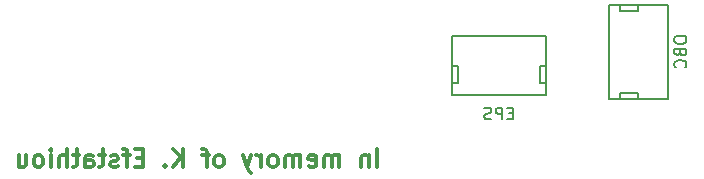
<source format=gbr>
G04 #@! TF.FileFunction,Legend,Bot*
%FSLAX46Y46*%
G04 Gerber Fmt 4.6, Leading zero omitted, Abs format (unit mm)*
G04 Created by KiCad (PCBNEW 4.0.2-1.fc23-product) date Fri 22 Apr 2016 01:08:18 PM EEST*
%MOMM*%
G01*
G04 APERTURE LIST*
%ADD10C,0.100000*%
%ADD11C,0.300000*%
%ADD12C,0.150000*%
%ADD13C,0.170000*%
G04 APERTURE END LIST*
D10*
D11*
X165178572Y-144578571D02*
X165178572Y-143078571D01*
X164464286Y-143578571D02*
X164464286Y-144578571D01*
X164464286Y-143721429D02*
X164392858Y-143650000D01*
X164250000Y-143578571D01*
X164035715Y-143578571D01*
X163892858Y-143650000D01*
X163821429Y-143792857D01*
X163821429Y-144578571D01*
X161964286Y-144578571D02*
X161964286Y-143578571D01*
X161964286Y-143721429D02*
X161892858Y-143650000D01*
X161750000Y-143578571D01*
X161535715Y-143578571D01*
X161392858Y-143650000D01*
X161321429Y-143792857D01*
X161321429Y-144578571D01*
X161321429Y-143792857D02*
X161250000Y-143650000D01*
X161107143Y-143578571D01*
X160892858Y-143578571D01*
X160750000Y-143650000D01*
X160678572Y-143792857D01*
X160678572Y-144578571D01*
X159392858Y-144507143D02*
X159535715Y-144578571D01*
X159821429Y-144578571D01*
X159964286Y-144507143D01*
X160035715Y-144364286D01*
X160035715Y-143792857D01*
X159964286Y-143650000D01*
X159821429Y-143578571D01*
X159535715Y-143578571D01*
X159392858Y-143650000D01*
X159321429Y-143792857D01*
X159321429Y-143935714D01*
X160035715Y-144078571D01*
X158678572Y-144578571D02*
X158678572Y-143578571D01*
X158678572Y-143721429D02*
X158607144Y-143650000D01*
X158464286Y-143578571D01*
X158250001Y-143578571D01*
X158107144Y-143650000D01*
X158035715Y-143792857D01*
X158035715Y-144578571D01*
X158035715Y-143792857D02*
X157964286Y-143650000D01*
X157821429Y-143578571D01*
X157607144Y-143578571D01*
X157464286Y-143650000D01*
X157392858Y-143792857D01*
X157392858Y-144578571D01*
X156464286Y-144578571D02*
X156607144Y-144507143D01*
X156678572Y-144435714D01*
X156750001Y-144292857D01*
X156750001Y-143864286D01*
X156678572Y-143721429D01*
X156607144Y-143650000D01*
X156464286Y-143578571D01*
X156250001Y-143578571D01*
X156107144Y-143650000D01*
X156035715Y-143721429D01*
X155964286Y-143864286D01*
X155964286Y-144292857D01*
X156035715Y-144435714D01*
X156107144Y-144507143D01*
X156250001Y-144578571D01*
X156464286Y-144578571D01*
X155321429Y-144578571D02*
X155321429Y-143578571D01*
X155321429Y-143864286D02*
X155250001Y-143721429D01*
X155178572Y-143650000D01*
X155035715Y-143578571D01*
X154892858Y-143578571D01*
X154535715Y-143578571D02*
X154178572Y-144578571D01*
X153821430Y-143578571D02*
X154178572Y-144578571D01*
X154321430Y-144935714D01*
X154392858Y-145007143D01*
X154535715Y-145078571D01*
X151892858Y-144578571D02*
X152035716Y-144507143D01*
X152107144Y-144435714D01*
X152178573Y-144292857D01*
X152178573Y-143864286D01*
X152107144Y-143721429D01*
X152035716Y-143650000D01*
X151892858Y-143578571D01*
X151678573Y-143578571D01*
X151535716Y-143650000D01*
X151464287Y-143721429D01*
X151392858Y-143864286D01*
X151392858Y-144292857D01*
X151464287Y-144435714D01*
X151535716Y-144507143D01*
X151678573Y-144578571D01*
X151892858Y-144578571D01*
X150964287Y-143578571D02*
X150392858Y-143578571D01*
X150750001Y-144578571D02*
X150750001Y-143292857D01*
X150678573Y-143150000D01*
X150535715Y-143078571D01*
X150392858Y-143078571D01*
X148750001Y-144578571D02*
X148750001Y-143078571D01*
X147892858Y-144578571D02*
X148535715Y-143721429D01*
X147892858Y-143078571D02*
X148750001Y-143935714D01*
X147250001Y-144435714D02*
X147178573Y-144507143D01*
X147250001Y-144578571D01*
X147321430Y-144507143D01*
X147250001Y-144435714D01*
X147250001Y-144578571D01*
X145392858Y-143792857D02*
X144892858Y-143792857D01*
X144678572Y-144578571D02*
X145392858Y-144578571D01*
X145392858Y-143078571D01*
X144678572Y-143078571D01*
X144250001Y-143578571D02*
X143678572Y-143578571D01*
X144035715Y-144578571D02*
X144035715Y-143292857D01*
X143964287Y-143150000D01*
X143821429Y-143078571D01*
X143678572Y-143078571D01*
X143250001Y-144507143D02*
X143107144Y-144578571D01*
X142821429Y-144578571D01*
X142678572Y-144507143D01*
X142607144Y-144364286D01*
X142607144Y-144292857D01*
X142678572Y-144150000D01*
X142821429Y-144078571D01*
X143035715Y-144078571D01*
X143178572Y-144007143D01*
X143250001Y-143864286D01*
X143250001Y-143792857D01*
X143178572Y-143650000D01*
X143035715Y-143578571D01*
X142821429Y-143578571D01*
X142678572Y-143650000D01*
X142178572Y-143578571D02*
X141607143Y-143578571D01*
X141964286Y-143078571D02*
X141964286Y-144364286D01*
X141892858Y-144507143D01*
X141750000Y-144578571D01*
X141607143Y-144578571D01*
X140464286Y-144578571D02*
X140464286Y-143792857D01*
X140535715Y-143650000D01*
X140678572Y-143578571D01*
X140964286Y-143578571D01*
X141107143Y-143650000D01*
X140464286Y-144507143D02*
X140607143Y-144578571D01*
X140964286Y-144578571D01*
X141107143Y-144507143D01*
X141178572Y-144364286D01*
X141178572Y-144221429D01*
X141107143Y-144078571D01*
X140964286Y-144007143D01*
X140607143Y-144007143D01*
X140464286Y-143935714D01*
X139964286Y-143578571D02*
X139392857Y-143578571D01*
X139750000Y-143078571D02*
X139750000Y-144364286D01*
X139678572Y-144507143D01*
X139535714Y-144578571D01*
X139392857Y-144578571D01*
X138892857Y-144578571D02*
X138892857Y-143078571D01*
X138250000Y-144578571D02*
X138250000Y-143792857D01*
X138321429Y-143650000D01*
X138464286Y-143578571D01*
X138678571Y-143578571D01*
X138821429Y-143650000D01*
X138892857Y-143721429D01*
X137535714Y-144578571D02*
X137535714Y-143578571D01*
X137535714Y-143078571D02*
X137607143Y-143150000D01*
X137535714Y-143221429D01*
X137464286Y-143150000D01*
X137535714Y-143078571D01*
X137535714Y-143221429D01*
X136607142Y-144578571D02*
X136750000Y-144507143D01*
X136821428Y-144435714D01*
X136892857Y-144292857D01*
X136892857Y-143864286D01*
X136821428Y-143721429D01*
X136750000Y-143650000D01*
X136607142Y-143578571D01*
X136392857Y-143578571D01*
X136250000Y-143650000D01*
X136178571Y-143721429D01*
X136107142Y-143864286D01*
X136107142Y-144292857D01*
X136178571Y-144435714D01*
X136250000Y-144507143D01*
X136392857Y-144578571D01*
X136607142Y-144578571D01*
X134821428Y-143578571D02*
X134821428Y-144578571D01*
X135464285Y-143578571D02*
X135464285Y-144364286D01*
X135392857Y-144507143D01*
X135249999Y-144578571D01*
X135035714Y-144578571D01*
X134892857Y-144507143D01*
X134821428Y-144435714D01*
D12*
X171500000Y-133500000D02*
X179500000Y-133500000D01*
X171500000Y-138500000D02*
X179500000Y-138500000D01*
X179500000Y-137500000D02*
X179000000Y-137500000D01*
X179000000Y-137500000D02*
X179000000Y-136000000D01*
X179000000Y-136000000D02*
X179500000Y-136000000D01*
X171500000Y-137500000D02*
X172000000Y-137500000D01*
X172000000Y-137500000D02*
X172000000Y-136000000D01*
X172000000Y-136000000D02*
X171500000Y-136000000D01*
X179500000Y-138500000D02*
X179500000Y-133500000D01*
X171500000Y-133500000D02*
X171500000Y-138500000D01*
X189777620Y-130834336D02*
X189777620Y-138834336D01*
X184777620Y-130834336D02*
X184777620Y-138834336D01*
X185777620Y-138834336D02*
X185777620Y-138334336D01*
X185777620Y-138334336D02*
X187277620Y-138334336D01*
X187277620Y-138334336D02*
X187277620Y-138834336D01*
X185777620Y-130834336D02*
X185777620Y-131334336D01*
X185777620Y-131334336D02*
X187277620Y-131334336D01*
X187277620Y-131334336D02*
X187277620Y-130834336D01*
X184777620Y-138834336D02*
X189777620Y-138834336D01*
X189777620Y-130834336D02*
X184777620Y-130834336D01*
D13*
X176690476Y-140028571D02*
X176357142Y-140028571D01*
X176214285Y-140552381D02*
X176690476Y-140552381D01*
X176690476Y-139552381D01*
X176214285Y-139552381D01*
X175785714Y-140552381D02*
X175785714Y-139552381D01*
X175404761Y-139552381D01*
X175309523Y-139600000D01*
X175261904Y-139647619D01*
X175214285Y-139742857D01*
X175214285Y-139885714D01*
X175261904Y-139980952D01*
X175309523Y-140028571D01*
X175404761Y-140076190D01*
X175785714Y-140076190D01*
X174833333Y-140504762D02*
X174690476Y-140552381D01*
X174452380Y-140552381D01*
X174357142Y-140504762D01*
X174309523Y-140457143D01*
X174261904Y-140361905D01*
X174261904Y-140266667D01*
X174309523Y-140171429D01*
X174357142Y-140123810D01*
X174452380Y-140076190D01*
X174642857Y-140028571D01*
X174738095Y-139980952D01*
X174785714Y-139933333D01*
X174833333Y-139838095D01*
X174833333Y-139742857D01*
X174785714Y-139647619D01*
X174738095Y-139600000D01*
X174642857Y-139552381D01*
X174404761Y-139552381D01*
X174261904Y-139600000D01*
X190352381Y-133704762D02*
X190352381Y-133895239D01*
X190400000Y-133990477D01*
X190495238Y-134085715D01*
X190685714Y-134133334D01*
X191019048Y-134133334D01*
X191209524Y-134085715D01*
X191304762Y-133990477D01*
X191352381Y-133895239D01*
X191352381Y-133704762D01*
X191304762Y-133609524D01*
X191209524Y-133514286D01*
X191019048Y-133466667D01*
X190685714Y-133466667D01*
X190495238Y-133514286D01*
X190400000Y-133609524D01*
X190352381Y-133704762D01*
X190828571Y-134895239D02*
X190876190Y-135038096D01*
X190923810Y-135085715D01*
X191019048Y-135133334D01*
X191161905Y-135133334D01*
X191257143Y-135085715D01*
X191304762Y-135038096D01*
X191352381Y-134942858D01*
X191352381Y-134561905D01*
X190352381Y-134561905D01*
X190352381Y-134895239D01*
X190400000Y-134990477D01*
X190447619Y-135038096D01*
X190542857Y-135085715D01*
X190638095Y-135085715D01*
X190733333Y-135038096D01*
X190780952Y-134990477D01*
X190828571Y-134895239D01*
X190828571Y-134561905D01*
X191257143Y-136133334D02*
X191304762Y-136085715D01*
X191352381Y-135942858D01*
X191352381Y-135847620D01*
X191304762Y-135704762D01*
X191209524Y-135609524D01*
X191114286Y-135561905D01*
X190923810Y-135514286D01*
X190780952Y-135514286D01*
X190590476Y-135561905D01*
X190495238Y-135609524D01*
X190400000Y-135704762D01*
X190352381Y-135847620D01*
X190352381Y-135942858D01*
X190400000Y-136085715D01*
X190447619Y-136133334D01*
M02*

</source>
